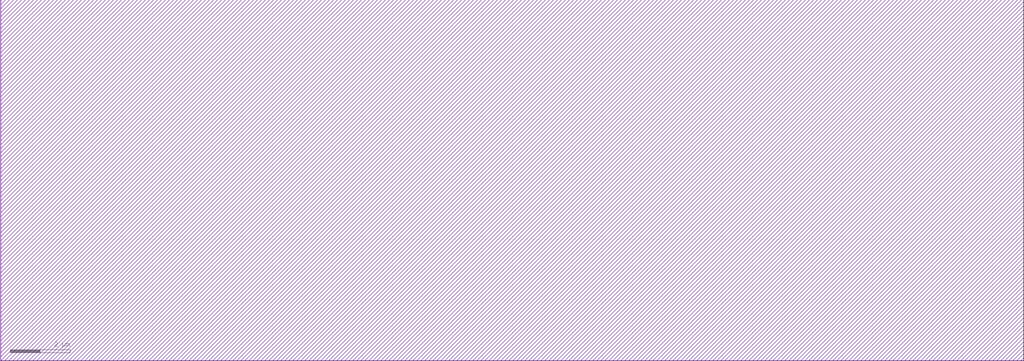
<source format=lef>
VERSION 5.7 ;
  NOWIREEXTENSIONATPIN ON ;
  DIVIDERCHAR "/" ;
  BUSBITCHARS "[]" ;
UNITS
  DATABASE MICRONS 200 ;
END UNITS

LAYER via2
  TYPE CUT ;
END via2

LAYER via
  TYPE CUT ;
END via

LAYER nwell
  TYPE MASTERSLICE ;
END nwell

LAYER via3
  TYPE CUT ;
END via3

LAYER pwell
  TYPE MASTERSLICE ;
END pwell

LAYER via4
  TYPE CUT ;
END via4

LAYER mcon
  TYPE CUT ;
END mcon

LAYER met6
  TYPE ROUTING ;
  WIDTH 0.030000 ;
  SPACING 0.040000 ;
  DIRECTION HORIZONTAL ;
END met6

LAYER met1
  TYPE ROUTING ;
  WIDTH 0.140000 ;
  SPACING 0.140000 ;
  DIRECTION HORIZONTAL ;
END met1

LAYER met3
  TYPE ROUTING ;
  WIDTH 0.300000 ;
  SPACING 0.300000 ;
  DIRECTION HORIZONTAL ;
END met3

LAYER met2
  TYPE ROUTING ;
  WIDTH 0.140000 ;
  SPACING 0.140000 ;
  DIRECTION HORIZONTAL ;
END met2

LAYER met4
  TYPE ROUTING ;
  WIDTH 0.300000 ;
  SPACING 0.300000 ;
  DIRECTION HORIZONTAL ;
END met4

LAYER met5
  TYPE ROUTING ;
  WIDTH 1.600000 ;
  SPACING 1.600000 ;
  DIRECTION HORIZONTAL ;
END met5

LAYER li1
  TYPE ROUTING ;
  WIDTH 0.170000 ;
  SPACING 0.170000 ;
  DIRECTION HORIZONTAL ;
END li1

MACRO sky130_hilas_wtablocksample01
  CLASS BLOCK ;
  FOREIGN sky130_hilas_wtablocksample01 ;
  ORIGIN 20.050 0.050 ;
  SIZE 34.090 BY 12.030 ;
END sky130_hilas_wtablocksample01
END LIBRARY


</source>
